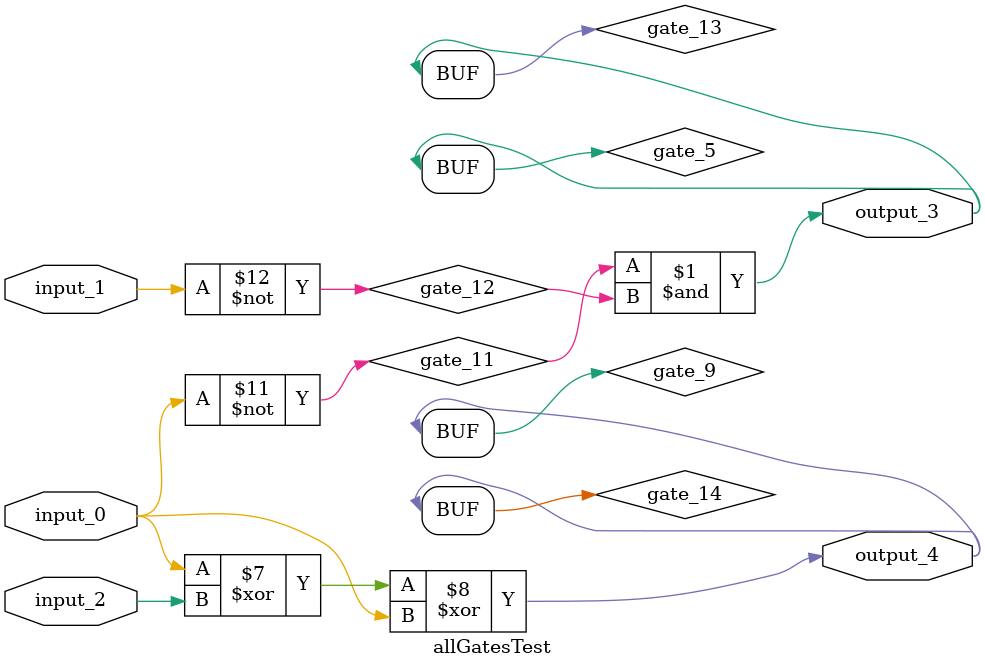
<source format=v>

module allGatesTest(
	input_0, input_1, input_2, 
	output_3, output_4
);
	// Writing inputs
	input input_0, input_1, input_2;
	// Writing outputs
	output output_3, output_4;
	// Writing gates for main graph
	wire gate_5, gate_6, gate_7, gate_8, gate_9, gate_10, gate_11, gate_12, gate_13, gate_14;
	
	assign gate_5 = gate_11 & gate_12;
	assign gate_6 = ~ ( gate_11 & input_1 );
	assign gate_7 = gate_6 | gate_9;
	assign gate_8 = ~ ( gate_10 | input_1 );
	assign gate_9 = input_0 ^ input_2 ^ input_0;
	assign gate_10 = ~ ( gate_7 ^ gate_11 );
	assign gate_11 = ~input_0;
	assign gate_12 = ~input_1;
	assign gate_13 = gate_5;
	assign gate_14 = gate_9;

	assign output_3 = gate_13;
	assign output_4 = gate_14;
endmodule

</source>
